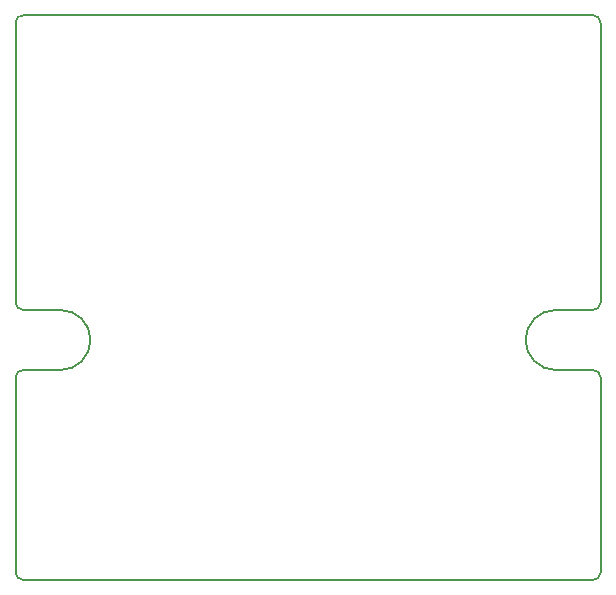
<source format=gm1>
G04 #@! TF.FileFunction,Profile,NP*
%FSLAX46Y46*%
G04 Gerber Fmt 4.6, Leading zero omitted, Abs format (unit mm)*
G04 Created by KiCad (PCBNEW 4.0.7) date 05/23/18 23:06:23*
%MOMM*%
%LPD*%
G01*
G04 APERTURE LIST*
%ADD10C,0.100000*%
%ADD11C,0.150000*%
G04 APERTURE END LIST*
D10*
D11*
X-163830000Y24130000D02*
X-163830000Y40640000D01*
X-114300000Y40640000D02*
X-114300000Y24130000D01*
X-163195000Y23495000D02*
X-114935000Y23495000D01*
X-114935000Y23495000D02*
G75*
G03X-114300000Y24130000I0J635000D01*
G01*
X-163830000Y24130000D02*
G75*
G03X-163195000Y23495000I635000J0D01*
G01*
X-163830000Y70739000D02*
X-163830000Y46990000D01*
X-114935000Y71310500D02*
X-163131500Y71310500D01*
X-114300000Y70675500D02*
X-114300000Y46990000D01*
X-163131500Y71310500D02*
G75*
G03X-163830000Y70739000I-63500J-635000D01*
G01*
X-114300000Y70675500D02*
G75*
G03X-114935000Y71310500I-635000J0D01*
G01*
X-114935000Y46355000D02*
G75*
G03X-114300000Y46990000I0J635000D01*
G01*
X-114300000Y40640000D02*
G75*
G03X-114935000Y41275000I-635000J0D01*
G01*
X-118110000Y46355000D02*
X-114935000Y46355000D01*
X-118110000Y41275000D02*
X-114935000Y41275000D01*
X-120650000Y43815000D02*
G75*
G03X-118110000Y41275000I2540000J0D01*
G01*
X-118110000Y46355000D02*
G75*
G03X-120650000Y43815000I0J-2540000D01*
G01*
X-157480000Y43815000D02*
G75*
G03X-160020000Y46355000I-2540000J0D01*
G01*
X-160020000Y41275000D02*
G75*
G03X-157480000Y43815000I0J2540000D01*
G01*
X-163830000Y46990000D02*
G75*
G03X-163195000Y46355000I635000J0D01*
G01*
X-163195000Y41275000D02*
G75*
G03X-163830000Y40640000I0J-635000D01*
G01*
X-160020000Y46355000D02*
X-163195000Y46355000D01*
X-160020000Y41275000D02*
X-163195000Y41275000D01*
M02*

</source>
